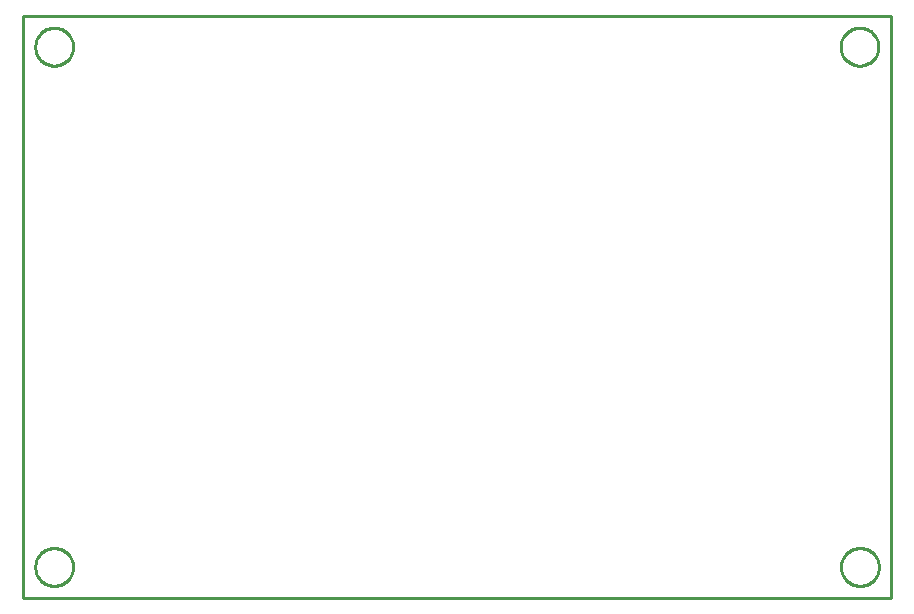
<source format=gbr>
G04 EAGLE Gerber RS-274X export*
G75*
%MOMM*%
%FSLAX34Y34*%
%LPD*%
%IN*%
%IPPOS*%
%AMOC8*
5,1,8,0,0,1.08239X$1,22.5*%
G01*
%ADD10C,0.254000*%
D10*
X-20800Y505300D02*
X713700Y505300D01*
X713700Y998100D01*
X-20800Y998100D01*
X-20800Y505300D01*
X21360Y971416D02*
X21292Y970371D01*
X21155Y969332D01*
X20950Y968305D01*
X20679Y967293D01*
X20343Y966301D01*
X19942Y965333D01*
X19478Y964394D01*
X18955Y963486D01*
X18373Y962615D01*
X17735Y961784D01*
X17044Y960997D01*
X16303Y960256D01*
X15516Y959565D01*
X14685Y958928D01*
X13814Y958346D01*
X12906Y957822D01*
X11967Y957358D01*
X10999Y956957D01*
X10007Y956621D01*
X8995Y956350D01*
X7968Y956145D01*
X6929Y956009D01*
X5884Y955940D01*
X4836Y955940D01*
X3791Y956009D01*
X2752Y956145D01*
X1725Y956350D01*
X713Y956621D01*
X-279Y956957D01*
X-1247Y957358D01*
X-2186Y957822D01*
X-3094Y958346D01*
X-3965Y958928D01*
X-4796Y959565D01*
X-5583Y960256D01*
X-6324Y960997D01*
X-7015Y961784D01*
X-7653Y962615D01*
X-8235Y963486D01*
X-8758Y964394D01*
X-9222Y965333D01*
X-9623Y966301D01*
X-9959Y967293D01*
X-10230Y968305D01*
X-10435Y969332D01*
X-10572Y970371D01*
X-10640Y971416D01*
X-10640Y972464D01*
X-10572Y973509D01*
X-10435Y974548D01*
X-10230Y975575D01*
X-9959Y976587D01*
X-9623Y977579D01*
X-9222Y978547D01*
X-8758Y979486D01*
X-8235Y980394D01*
X-7653Y981265D01*
X-7015Y982096D01*
X-6324Y982883D01*
X-5583Y983624D01*
X-4796Y984315D01*
X-3965Y984953D01*
X-3094Y985535D01*
X-2186Y986058D01*
X-1247Y986522D01*
X-279Y986923D01*
X713Y987259D01*
X1725Y987530D01*
X2752Y987735D01*
X3791Y987872D01*
X4836Y987940D01*
X5884Y987940D01*
X6929Y987872D01*
X7968Y987735D01*
X8995Y987530D01*
X10007Y987259D01*
X10999Y986923D01*
X11967Y986522D01*
X12906Y986058D01*
X13814Y985535D01*
X14685Y984953D01*
X15516Y984315D01*
X16303Y983624D01*
X17044Y982883D01*
X17735Y982096D01*
X18373Y981265D01*
X18955Y980394D01*
X19478Y979486D01*
X19942Y978547D01*
X20343Y977579D01*
X20679Y976587D01*
X20950Y975575D01*
X21155Y974548D01*
X21292Y973509D01*
X21360Y972464D01*
X21360Y971416D01*
X21360Y530936D02*
X21292Y529891D01*
X21155Y528852D01*
X20950Y527825D01*
X20679Y526813D01*
X20343Y525821D01*
X19942Y524853D01*
X19478Y523914D01*
X18955Y523006D01*
X18373Y522135D01*
X17735Y521304D01*
X17044Y520517D01*
X16303Y519776D01*
X15516Y519085D01*
X14685Y518448D01*
X13814Y517866D01*
X12906Y517342D01*
X11967Y516878D01*
X10999Y516477D01*
X10007Y516141D01*
X8995Y515870D01*
X7968Y515665D01*
X6929Y515529D01*
X5884Y515460D01*
X4836Y515460D01*
X3791Y515529D01*
X2752Y515665D01*
X1725Y515870D01*
X713Y516141D01*
X-279Y516477D01*
X-1247Y516878D01*
X-2186Y517342D01*
X-3094Y517866D01*
X-3965Y518448D01*
X-4796Y519085D01*
X-5583Y519776D01*
X-6324Y520517D01*
X-7015Y521304D01*
X-7653Y522135D01*
X-8235Y523006D01*
X-8758Y523914D01*
X-9222Y524853D01*
X-9623Y525821D01*
X-9959Y526813D01*
X-10230Y527825D01*
X-10435Y528852D01*
X-10572Y529891D01*
X-10640Y530936D01*
X-10640Y531984D01*
X-10572Y533029D01*
X-10435Y534068D01*
X-10230Y535095D01*
X-9959Y536107D01*
X-9623Y537099D01*
X-9222Y538067D01*
X-8758Y539006D01*
X-8235Y539914D01*
X-7653Y540785D01*
X-7015Y541616D01*
X-6324Y542403D01*
X-5583Y543144D01*
X-4796Y543835D01*
X-3965Y544473D01*
X-3094Y545055D01*
X-2186Y545578D01*
X-1247Y546042D01*
X-279Y546443D01*
X713Y546779D01*
X1725Y547050D01*
X2752Y547255D01*
X3791Y547392D01*
X4836Y547460D01*
X5884Y547460D01*
X6929Y547392D01*
X7968Y547255D01*
X8995Y547050D01*
X10007Y546779D01*
X10999Y546443D01*
X11967Y546042D01*
X12906Y545578D01*
X13814Y545055D01*
X14685Y544473D01*
X15516Y543835D01*
X16303Y543144D01*
X17044Y542403D01*
X17735Y541616D01*
X18373Y540785D01*
X18955Y539914D01*
X19478Y539006D01*
X19942Y538067D01*
X20343Y537099D01*
X20679Y536107D01*
X20950Y535095D01*
X21155Y534068D01*
X21292Y533029D01*
X21360Y531984D01*
X21360Y530936D01*
X703540Y530936D02*
X703472Y529891D01*
X703335Y528852D01*
X703130Y527825D01*
X702859Y526813D01*
X702523Y525821D01*
X702122Y524853D01*
X701658Y523914D01*
X701135Y523006D01*
X700553Y522135D01*
X699915Y521304D01*
X699224Y520517D01*
X698483Y519776D01*
X697696Y519085D01*
X696865Y518448D01*
X695994Y517866D01*
X695086Y517342D01*
X694147Y516878D01*
X693179Y516477D01*
X692187Y516141D01*
X691175Y515870D01*
X690148Y515665D01*
X689109Y515529D01*
X688064Y515460D01*
X687016Y515460D01*
X685971Y515529D01*
X684932Y515665D01*
X683905Y515870D01*
X682893Y516141D01*
X681901Y516477D01*
X680933Y516878D01*
X679994Y517342D01*
X679086Y517866D01*
X678215Y518448D01*
X677384Y519085D01*
X676597Y519776D01*
X675856Y520517D01*
X675165Y521304D01*
X674528Y522135D01*
X673946Y523006D01*
X673422Y523914D01*
X672958Y524853D01*
X672557Y525821D01*
X672221Y526813D01*
X671950Y527825D01*
X671745Y528852D01*
X671609Y529891D01*
X671540Y530936D01*
X671540Y531984D01*
X671609Y533029D01*
X671745Y534068D01*
X671950Y535095D01*
X672221Y536107D01*
X672557Y537099D01*
X672958Y538067D01*
X673422Y539006D01*
X673946Y539914D01*
X674528Y540785D01*
X675165Y541616D01*
X675856Y542403D01*
X676597Y543144D01*
X677384Y543835D01*
X678215Y544473D01*
X679086Y545055D01*
X679994Y545578D01*
X680933Y546042D01*
X681901Y546443D01*
X682893Y546779D01*
X683905Y547050D01*
X684932Y547255D01*
X685971Y547392D01*
X687016Y547460D01*
X688064Y547460D01*
X689109Y547392D01*
X690148Y547255D01*
X691175Y547050D01*
X692187Y546779D01*
X693179Y546443D01*
X694147Y546042D01*
X695086Y545578D01*
X695994Y545055D01*
X696865Y544473D01*
X697696Y543835D01*
X698483Y543144D01*
X699224Y542403D01*
X699915Y541616D01*
X700553Y540785D01*
X701135Y539914D01*
X701658Y539006D01*
X702122Y538067D01*
X702523Y537099D01*
X702859Y536107D01*
X703130Y535095D01*
X703335Y534068D01*
X703472Y533029D01*
X703540Y531984D01*
X703540Y530936D01*
X703230Y971416D02*
X703162Y970371D01*
X703025Y969332D01*
X702820Y968305D01*
X702549Y967293D01*
X702213Y966301D01*
X701812Y965333D01*
X701348Y964394D01*
X700825Y963486D01*
X700243Y962615D01*
X699605Y961784D01*
X698914Y960997D01*
X698173Y960256D01*
X697386Y959565D01*
X696555Y958928D01*
X695684Y958346D01*
X694776Y957822D01*
X693837Y957358D01*
X692869Y956957D01*
X691877Y956621D01*
X690865Y956350D01*
X689838Y956145D01*
X688799Y956009D01*
X687754Y955940D01*
X686706Y955940D01*
X685661Y956009D01*
X684622Y956145D01*
X683595Y956350D01*
X682583Y956621D01*
X681591Y956957D01*
X680623Y957358D01*
X679684Y957822D01*
X678776Y958346D01*
X677905Y958928D01*
X677074Y959565D01*
X676287Y960256D01*
X675546Y960997D01*
X674855Y961784D01*
X674218Y962615D01*
X673636Y963486D01*
X673112Y964394D01*
X672648Y965333D01*
X672247Y966301D01*
X671911Y967293D01*
X671640Y968305D01*
X671435Y969332D01*
X671299Y970371D01*
X671230Y971416D01*
X671230Y972464D01*
X671299Y973509D01*
X671435Y974548D01*
X671640Y975575D01*
X671911Y976587D01*
X672247Y977579D01*
X672648Y978547D01*
X673112Y979486D01*
X673636Y980394D01*
X674218Y981265D01*
X674855Y982096D01*
X675546Y982883D01*
X676287Y983624D01*
X677074Y984315D01*
X677905Y984953D01*
X678776Y985535D01*
X679684Y986058D01*
X680623Y986522D01*
X681591Y986923D01*
X682583Y987259D01*
X683595Y987530D01*
X684622Y987735D01*
X685661Y987872D01*
X686706Y987940D01*
X687754Y987940D01*
X688799Y987872D01*
X689838Y987735D01*
X690865Y987530D01*
X691877Y987259D01*
X692869Y986923D01*
X693837Y986522D01*
X694776Y986058D01*
X695684Y985535D01*
X696555Y984953D01*
X697386Y984315D01*
X698173Y983624D01*
X698914Y982883D01*
X699605Y982096D01*
X700243Y981265D01*
X700825Y980394D01*
X701348Y979486D01*
X701812Y978547D01*
X702213Y977579D01*
X702549Y976587D01*
X702820Y975575D01*
X703025Y974548D01*
X703162Y973509D01*
X703230Y972464D01*
X703230Y971416D01*
M02*

</source>
